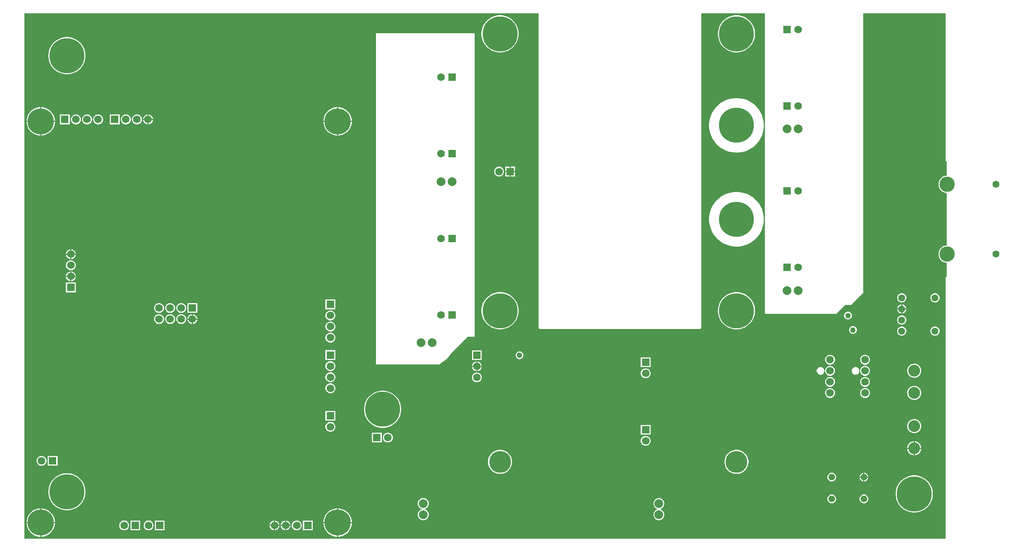
<source format=gbl>
G04*
G04 #@! TF.GenerationSoftware,Altium Limited,Altium Designer,22.8.2 (66)*
G04*
G04 Layer_Physical_Order=2*
G04 Layer_Color=16711680*
%FSLAX44Y44*%
%MOMM*%
G71*
G04*
G04 #@! TF.SameCoordinates,4EFE7699-17C8-4AF9-A536-91C0C68ECE63*
G04*
G04*
G04 #@! TF.FilePolarity,Positive*
G04*
G01*
G75*
%ADD46R,1.7500X1.7500*%
%ADD47C,1.7500*%
%ADD48R,1.7500X1.7500*%
%ADD49C,8.0000*%
%ADD50C,1.5000*%
%ADD51C,2.0000*%
%ADD52C,5.0000*%
%ADD53C,3.5000*%
%ADD54C,1.6000*%
%ADD55C,2.7000*%
%ADD56C,6.0000*%
%ADD57C,1.2700*%
G36*
X2167860Y941070D02*
X2168057Y940079D01*
X2168619Y939239D01*
X2169459Y938678D01*
X2170450Y938480D01*
Y906380D01*
X2169726D01*
X2165854Y905610D01*
X2162207Y904099D01*
X2158925Y901906D01*
X2156134Y899115D01*
X2153941Y895833D01*
X2152430Y892186D01*
X2151660Y888314D01*
Y884366D01*
X2152430Y880495D01*
X2153941Y876848D01*
X2156134Y873565D01*
X2158925Y870774D01*
X2162207Y868581D01*
X2165854Y867070D01*
X2169726Y866300D01*
X2170450D01*
Y746380D01*
X2169726D01*
X2165854Y745610D01*
X2162207Y744099D01*
X2158925Y741906D01*
X2156134Y739115D01*
X2153941Y735833D01*
X2152430Y732186D01*
X2151660Y728314D01*
Y724366D01*
X2152430Y720495D01*
X2153941Y716848D01*
X2156134Y713565D01*
X2158925Y710774D01*
X2162207Y708581D01*
X2165854Y707070D01*
X2169726Y706300D01*
X2170450D01*
Y674420D01*
X2169459Y674222D01*
X2168618Y673661D01*
X2168057Y672821D01*
X2167860Y671830D01*
X2167860Y73420D01*
X670450D01*
X58039Y73419D01*
X58039Y1278890D01*
X1236131Y1278890D01*
X1236131Y557530D01*
X1236328Y556539D01*
X1236889Y555699D01*
X1237729Y555137D01*
X1238720Y554940D01*
X1605500Y554940D01*
X1606491Y555137D01*
X1607331Y555699D01*
X1607892Y556539D01*
X1608089Y557530D01*
X1608089Y1278890D01*
X1753870D01*
Y589280D01*
X1917700Y589280D01*
X1938020Y609600D01*
X1951040D01*
X1979420Y637980D01*
X1979420Y1278890D01*
X2167860D01*
Y941070D01*
D02*
G37*
%LPC*%
G36*
X1691748Y1274020D02*
X1686172D01*
X1680643Y1273292D01*
X1675257Y1271849D01*
X1670105Y1269715D01*
X1665275Y1266927D01*
X1660851Y1263532D01*
X1656908Y1259589D01*
X1653513Y1255165D01*
X1650725Y1250335D01*
X1648591Y1245183D01*
X1647148Y1239797D01*
X1646420Y1234268D01*
Y1228692D01*
X1647148Y1223163D01*
X1648591Y1217777D01*
X1650725Y1212625D01*
X1653513Y1207795D01*
X1656908Y1203371D01*
X1660851Y1199428D01*
X1665275Y1196033D01*
X1670105Y1193245D01*
X1675257Y1191111D01*
X1680643Y1189668D01*
X1686172Y1188940D01*
X1691748D01*
X1697277Y1189668D01*
X1702663Y1191111D01*
X1707815Y1193245D01*
X1712645Y1196033D01*
X1717069Y1199428D01*
X1721012Y1203371D01*
X1724407Y1207795D01*
X1727195Y1212625D01*
X1729329Y1217777D01*
X1730772Y1223163D01*
X1731500Y1228692D01*
Y1234268D01*
X1730772Y1239797D01*
X1729329Y1245183D01*
X1727195Y1250335D01*
X1724407Y1255165D01*
X1721012Y1259589D01*
X1717069Y1263532D01*
X1712645Y1266927D01*
X1707815Y1269715D01*
X1702663Y1271849D01*
X1697277Y1273292D01*
X1691748Y1274020D01*
D02*
G37*
G36*
X1150153D02*
X1144577D01*
X1139048Y1273292D01*
X1133662Y1271849D01*
X1128510Y1269715D01*
X1123680Y1266927D01*
X1119256Y1263532D01*
X1115313Y1259589D01*
X1111918Y1255165D01*
X1109130Y1250335D01*
X1106996Y1245183D01*
X1105553Y1239797D01*
X1104825Y1234268D01*
Y1228692D01*
X1105553Y1223163D01*
X1106996Y1217777D01*
X1109130Y1212625D01*
X1111918Y1207795D01*
X1115313Y1203371D01*
X1119256Y1199428D01*
X1123680Y1196033D01*
X1128510Y1193245D01*
X1133662Y1191111D01*
X1139048Y1189668D01*
X1144577Y1188940D01*
X1150153D01*
X1155682Y1189668D01*
X1161068Y1191111D01*
X1166220Y1193245D01*
X1171050Y1196033D01*
X1175474Y1199428D01*
X1179417Y1203371D01*
X1182812Y1207795D01*
X1185600Y1212625D01*
X1187734Y1217777D01*
X1189177Y1223163D01*
X1189905Y1228692D01*
Y1234268D01*
X1189177Y1239797D01*
X1187734Y1245183D01*
X1185600Y1250335D01*
X1182812Y1255165D01*
X1179417Y1259589D01*
X1175474Y1263532D01*
X1171050Y1266927D01*
X1166220Y1269715D01*
X1161068Y1271849D01*
X1155682Y1273292D01*
X1150153Y1274020D01*
D02*
G37*
G36*
X158238Y1224020D02*
X152662D01*
X147133Y1223292D01*
X141747Y1221849D01*
X136595Y1219715D01*
X131765Y1216927D01*
X127341Y1213532D01*
X123398Y1209589D01*
X120003Y1205165D01*
X117215Y1200335D01*
X115081Y1195183D01*
X113638Y1189797D01*
X112910Y1184268D01*
Y1178692D01*
X113638Y1173163D01*
X115081Y1167777D01*
X117215Y1162625D01*
X120003Y1157795D01*
X123398Y1153371D01*
X127341Y1149428D01*
X131765Y1146033D01*
X136595Y1143245D01*
X141747Y1141111D01*
X147133Y1139668D01*
X152662Y1138940D01*
X158238D01*
X163767Y1139668D01*
X169153Y1141111D01*
X174305Y1143245D01*
X179135Y1146033D01*
X183559Y1149428D01*
X187502Y1153371D01*
X190897Y1157795D01*
X193685Y1162625D01*
X195819Y1167777D01*
X197262Y1173163D01*
X197990Y1178692D01*
Y1184268D01*
X197262Y1189797D01*
X195819Y1195183D01*
X193685Y1200335D01*
X190897Y1205165D01*
X187502Y1209589D01*
X183559Y1213532D01*
X179135Y1216927D01*
X174305Y1219715D01*
X169153Y1221849D01*
X163767Y1223292D01*
X158238Y1224020D01*
D02*
G37*
G36*
X342686Y1046560D02*
X342470D01*
Y1036540D01*
X352490D01*
Y1036756D01*
X351721Y1039628D01*
X350234Y1042202D01*
X348132Y1044304D01*
X345558Y1045790D01*
X342686Y1046560D01*
D02*
G37*
G36*
X339930D02*
X339714D01*
X336842Y1045790D01*
X334268Y1044304D01*
X332166Y1042202D01*
X330679Y1039628D01*
X329910Y1036756D01*
Y1036540D01*
X339930D01*
Y1046560D01*
D02*
G37*
G36*
X778011Y1063370D02*
X776720D01*
Y1032100D01*
X807990D01*
Y1033391D01*
X807189Y1038449D01*
X805606Y1043321D01*
X803281Y1047884D01*
X800270Y1052028D01*
X796648Y1055650D01*
X792505Y1058660D01*
X787941Y1060986D01*
X783070Y1062569D01*
X778011Y1063370D01*
D02*
G37*
G36*
X774180D02*
X772889D01*
X767830Y1062569D01*
X762959Y1060986D01*
X758395Y1058660D01*
X754251Y1055650D01*
X750630Y1052028D01*
X747619Y1047884D01*
X745294Y1043321D01*
X743711Y1038449D01*
X742910Y1033391D01*
Y1032100D01*
X774180D01*
Y1063370D01*
D02*
G37*
G36*
X98011D02*
X96720D01*
Y1032100D01*
X127990D01*
Y1033391D01*
X127189Y1038449D01*
X125606Y1043321D01*
X123281Y1047884D01*
X120270Y1052028D01*
X116648Y1055650D01*
X112505Y1058660D01*
X107941Y1060986D01*
X103070Y1062569D01*
X98011Y1063370D01*
D02*
G37*
G36*
X94180D02*
X92889D01*
X87830Y1062569D01*
X82959Y1060986D01*
X78395Y1058660D01*
X74251Y1055650D01*
X70630Y1052028D01*
X67619Y1047884D01*
X65294Y1043321D01*
X63711Y1038449D01*
X62910Y1033391D01*
Y1032100D01*
X94180D01*
Y1063370D01*
D02*
G37*
G36*
X352490Y1034000D02*
X342470D01*
Y1023980D01*
X342686D01*
X345558Y1024749D01*
X348132Y1026236D01*
X350234Y1028337D01*
X351721Y1030912D01*
X352490Y1033783D01*
Y1034000D01*
D02*
G37*
G36*
X339930D02*
X329910D01*
Y1033783D01*
X330679Y1030912D01*
X332166Y1028337D01*
X334268Y1026236D01*
X336842Y1024749D01*
X339714Y1023980D01*
X339930D01*
Y1034000D01*
D02*
G37*
G36*
X317286Y1046560D02*
X314314D01*
X311442Y1045790D01*
X308868Y1044304D01*
X306766Y1042202D01*
X305279Y1039628D01*
X304510Y1036756D01*
Y1033783D01*
X305279Y1030912D01*
X306766Y1028337D01*
X308868Y1026236D01*
X311442Y1024749D01*
X314314Y1023980D01*
X317286D01*
X320158Y1024749D01*
X322732Y1026236D01*
X324834Y1028337D01*
X326320Y1030912D01*
X327090Y1033783D01*
Y1036756D01*
X326320Y1039628D01*
X324834Y1042202D01*
X322732Y1044304D01*
X320158Y1045790D01*
X317286Y1046560D01*
D02*
G37*
G36*
X291886D02*
X288913D01*
X286042Y1045790D01*
X283468Y1044304D01*
X281366Y1042202D01*
X279879Y1039628D01*
X279110Y1036756D01*
Y1033783D01*
X279879Y1030912D01*
X281366Y1028337D01*
X283468Y1026236D01*
X286042Y1024749D01*
X288913Y1023980D01*
X291886D01*
X294758Y1024749D01*
X297332Y1026236D01*
X299434Y1028337D01*
X300921Y1030912D01*
X301690Y1033783D01*
Y1036756D01*
X300921Y1039628D01*
X299434Y1042202D01*
X297332Y1044304D01*
X294758Y1045790D01*
X291886Y1046560D01*
D02*
G37*
G36*
X276290D02*
X253710D01*
Y1023980D01*
X276290D01*
Y1046560D01*
D02*
G37*
G36*
X228386D02*
X225413D01*
X222542Y1045790D01*
X219968Y1044304D01*
X217866Y1042202D01*
X216379Y1039628D01*
X215610Y1036756D01*
Y1033783D01*
X216379Y1030912D01*
X217866Y1028337D01*
X219968Y1026236D01*
X222542Y1024749D01*
X225413Y1023980D01*
X228386D01*
X231258Y1024749D01*
X233832Y1026236D01*
X235934Y1028337D01*
X237421Y1030912D01*
X238190Y1033783D01*
Y1036756D01*
X237421Y1039628D01*
X235934Y1042202D01*
X233832Y1044304D01*
X231258Y1045790D01*
X228386Y1046560D01*
D02*
G37*
G36*
X202986D02*
X200014D01*
X197142Y1045790D01*
X194568Y1044304D01*
X192466Y1042202D01*
X190979Y1039628D01*
X190210Y1036756D01*
Y1033783D01*
X190979Y1030912D01*
X192466Y1028337D01*
X194568Y1026236D01*
X197142Y1024749D01*
X200014Y1023980D01*
X202986D01*
X205858Y1024749D01*
X208432Y1026236D01*
X210534Y1028337D01*
X212020Y1030912D01*
X212790Y1033783D01*
Y1036756D01*
X212020Y1039628D01*
X210534Y1042202D01*
X208432Y1044304D01*
X205858Y1045790D01*
X202986Y1046560D01*
D02*
G37*
G36*
X177586D02*
X174613D01*
X171742Y1045790D01*
X169168Y1044304D01*
X167066Y1042202D01*
X165579Y1039628D01*
X164810Y1036756D01*
Y1033783D01*
X165579Y1030912D01*
X167066Y1028337D01*
X169168Y1026236D01*
X171742Y1024749D01*
X174613Y1023980D01*
X177586D01*
X180458Y1024749D01*
X183032Y1026236D01*
X185134Y1028337D01*
X186621Y1030912D01*
X187390Y1033783D01*
Y1036756D01*
X186621Y1039628D01*
X185134Y1042202D01*
X183032Y1044304D01*
X180458Y1045790D01*
X177586Y1046560D01*
D02*
G37*
G36*
X161990D02*
X139410D01*
Y1023980D01*
X161990D01*
Y1046560D01*
D02*
G37*
G36*
X807990Y1029560D02*
X776720D01*
Y998290D01*
X778011D01*
X783070Y999091D01*
X787941Y1000674D01*
X792505Y1002999D01*
X796648Y1006010D01*
X800270Y1009631D01*
X803281Y1013775D01*
X805606Y1018339D01*
X807189Y1023210D01*
X807990Y1028269D01*
Y1029560D01*
D02*
G37*
G36*
X774180D02*
X742910D01*
Y1028269D01*
X743711Y1023210D01*
X745294Y1018339D01*
X747619Y1013775D01*
X750630Y1009631D01*
X754251Y1006010D01*
X758395Y1002999D01*
X762959Y1000674D01*
X767830Y999091D01*
X772889Y998290D01*
X774180D01*
Y1029560D01*
D02*
G37*
G36*
X127990D02*
X96720D01*
Y998290D01*
X98011D01*
X103070Y999091D01*
X107941Y1000674D01*
X112505Y1002999D01*
X116648Y1006010D01*
X120270Y1009631D01*
X123281Y1013775D01*
X125606Y1018339D01*
X127189Y1023210D01*
X127990Y1028269D01*
Y1029560D01*
D02*
G37*
G36*
X94180D02*
X62910D01*
Y1028269D01*
X63711Y1023210D01*
X65294Y1018339D01*
X67619Y1013775D01*
X70630Y1009631D01*
X74251Y1006010D01*
X78395Y1002999D01*
X82959Y1000674D01*
X87830Y999091D01*
X92889Y998290D01*
X94180D01*
Y1029560D01*
D02*
G37*
G36*
X1692472Y1084170D02*
X1685448D01*
X1678468Y1083383D01*
X1671619Y1081821D01*
X1664989Y1079501D01*
X1658661Y1076453D01*
X1652713Y1072716D01*
X1647221Y1068336D01*
X1642254Y1063369D01*
X1637874Y1057877D01*
X1634137Y1051929D01*
X1631089Y1045601D01*
X1628770Y1038971D01*
X1627207Y1032122D01*
X1626420Y1025142D01*
Y1018118D01*
X1627207Y1011138D01*
X1628770Y1004289D01*
X1631089Y997659D01*
X1634137Y991331D01*
X1637874Y985383D01*
X1642254Y979891D01*
X1647221Y974924D01*
X1652713Y970545D01*
X1658661Y966807D01*
X1664989Y963760D01*
X1671619Y961440D01*
X1678468Y959876D01*
X1685448Y959090D01*
X1692472D01*
X1699452Y959876D01*
X1706301Y961440D01*
X1712931Y963760D01*
X1719259Y966807D01*
X1725207Y970545D01*
X1730699Y974924D01*
X1735666Y979891D01*
X1740045Y985383D01*
X1743783Y991331D01*
X1746830Y997659D01*
X1749151Y1004289D01*
X1750714Y1011138D01*
X1751500Y1018118D01*
Y1025142D01*
X1750714Y1032122D01*
X1749151Y1038971D01*
X1746830Y1045601D01*
X1743783Y1051929D01*
X1740045Y1057877D01*
X1735666Y1063369D01*
X1730699Y1068336D01*
X1725207Y1072716D01*
X1719259Y1076453D01*
X1712931Y1079501D01*
X1706301Y1081821D01*
X1699452Y1083383D01*
X1692472Y1084170D01*
D02*
G37*
G36*
X1181932Y926840D02*
X1171912D01*
Y916820D01*
X1181932D01*
Y926840D01*
D02*
G37*
G36*
X1169372D02*
X1159352D01*
Y916820D01*
X1169372D01*
Y926840D01*
D02*
G37*
G36*
X1181932Y914280D02*
X1171912D01*
Y904260D01*
X1181932D01*
Y914280D01*
D02*
G37*
G36*
X1169372D02*
X1159352D01*
Y904260D01*
X1169372D01*
Y914280D01*
D02*
G37*
G36*
X1146728Y926840D02*
X1143755D01*
X1140884Y926071D01*
X1138309Y924584D01*
X1136207Y922482D01*
X1134721Y919908D01*
X1133952Y917036D01*
Y914064D01*
X1134721Y911192D01*
X1136207Y908618D01*
X1138309Y906516D01*
X1140884Y905029D01*
X1143755Y904260D01*
X1146728D01*
X1149600Y905029D01*
X1152174Y906516D01*
X1154276Y908618D01*
X1155762Y911192D01*
X1156532Y914064D01*
Y917036D01*
X1155762Y919908D01*
X1154276Y922482D01*
X1152174Y924584D01*
X1149600Y926071D01*
X1146728Y926840D01*
D02*
G37*
G36*
X1692472Y868870D02*
X1685448D01*
X1678468Y868083D01*
X1671619Y866520D01*
X1664989Y864201D01*
X1658660Y861153D01*
X1652713Y857416D01*
X1647221Y853036D01*
X1642254Y848069D01*
X1637874Y842577D01*
X1634137Y836629D01*
X1631089Y830301D01*
X1628770Y823671D01*
X1627206Y816822D01*
X1626420Y809842D01*
Y802818D01*
X1627206Y795838D01*
X1628770Y788989D01*
X1631089Y782359D01*
X1634137Y776031D01*
X1637874Y770083D01*
X1642254Y764591D01*
X1647221Y759624D01*
X1652713Y755245D01*
X1658660Y751507D01*
X1664989Y748459D01*
X1671619Y746140D01*
X1678468Y744576D01*
X1685448Y743790D01*
X1692472D01*
X1699452Y744576D01*
X1706301Y746140D01*
X1712931Y748459D01*
X1719259Y751507D01*
X1725207Y755245D01*
X1730699Y759624D01*
X1735666Y764591D01*
X1740045Y770083D01*
X1743783Y776031D01*
X1746830Y782359D01*
X1749150Y788989D01*
X1750714Y795838D01*
X1751500Y802818D01*
Y809842D01*
X1750714Y816822D01*
X1749150Y823671D01*
X1746830Y830301D01*
X1743783Y836629D01*
X1740045Y842577D01*
X1735666Y848069D01*
X1730699Y853036D01*
X1725207Y857416D01*
X1719259Y861153D01*
X1712931Y864201D01*
X1706301Y866520D01*
X1699452Y868083D01*
X1692472Y868870D01*
D02*
G37*
G36*
X166066Y737480D02*
X165850D01*
Y727460D01*
X175870D01*
Y727676D01*
X175100Y730547D01*
X173614Y733122D01*
X171512Y735224D01*
X168938Y736710D01*
X166066Y737480D01*
D02*
G37*
G36*
X163310D02*
X163094D01*
X160222Y736710D01*
X157648Y735224D01*
X155546Y733122D01*
X154059Y730547D01*
X153290Y727676D01*
Y727460D01*
X163310D01*
Y737480D01*
D02*
G37*
G36*
X175870Y724920D02*
X165850D01*
Y714900D01*
X166066D01*
X168938Y715669D01*
X171512Y717156D01*
X173614Y719258D01*
X175100Y721832D01*
X175870Y724703D01*
Y724920D01*
D02*
G37*
G36*
X163310D02*
X153290D01*
Y724703D01*
X154059Y721832D01*
X155546Y719258D01*
X157648Y717156D01*
X160222Y715669D01*
X163094Y714900D01*
X163310D01*
Y724920D01*
D02*
G37*
G36*
X166066Y712080D02*
X163094D01*
X160222Y711310D01*
X157648Y709824D01*
X155546Y707722D01*
X154059Y705147D01*
X153290Y702276D01*
Y699303D01*
X154059Y696432D01*
X155546Y693857D01*
X157648Y691756D01*
X160222Y690269D01*
X163094Y689500D01*
X166066D01*
X168938Y690269D01*
X171512Y691756D01*
X173614Y693857D01*
X175100Y696432D01*
X175870Y699303D01*
Y702276D01*
X175100Y705147D01*
X173614Y707722D01*
X171512Y709824D01*
X168938Y711310D01*
X166066Y712080D01*
D02*
G37*
G36*
Y686680D02*
X165850D01*
Y676660D01*
X175870D01*
Y676876D01*
X175100Y679747D01*
X173614Y682322D01*
X171512Y684424D01*
X168938Y685910D01*
X166066Y686680D01*
D02*
G37*
G36*
X163310D02*
X163094D01*
X160222Y685910D01*
X157648Y684424D01*
X155546Y682322D01*
X154059Y679747D01*
X153290Y676876D01*
Y676660D01*
X163310D01*
Y686680D01*
D02*
G37*
G36*
X175870Y674120D02*
X165850D01*
Y664100D01*
X166066D01*
X168938Y664869D01*
X171512Y666356D01*
X173614Y668457D01*
X175100Y671032D01*
X175870Y673903D01*
Y674120D01*
D02*
G37*
G36*
X163310D02*
X153290D01*
Y673903D01*
X154059Y671032D01*
X155546Y668457D01*
X157648Y666356D01*
X160222Y664869D01*
X163094Y664100D01*
X163310D01*
Y674120D01*
D02*
G37*
G36*
X175870Y661280D02*
X153290D01*
Y638700D01*
X175870D01*
Y661280D01*
D02*
G37*
G36*
X2145148Y636650D02*
X2142372D01*
X2139692Y635932D01*
X2137288Y634544D01*
X2135326Y632582D01*
X2133938Y630178D01*
X2133220Y627498D01*
Y624722D01*
X2133938Y622042D01*
X2135326Y619638D01*
X2137288Y617676D01*
X2139692Y616288D01*
X2142372Y615570D01*
X2145148D01*
X2147828Y616288D01*
X2150232Y617676D01*
X2152194Y619638D01*
X2153582Y622042D01*
X2154300Y624722D01*
Y627498D01*
X2153582Y630178D01*
X2152194Y632582D01*
X2150232Y634544D01*
X2147828Y635932D01*
X2145148Y636650D01*
D02*
G37*
G36*
X2068948D02*
X2066172D01*
X2063492Y635932D01*
X2061088Y634544D01*
X2059126Y632582D01*
X2057738Y630178D01*
X2057020Y627498D01*
Y624722D01*
X2057738Y622042D01*
X2059126Y619638D01*
X2061088Y617676D01*
X2063492Y616288D01*
X2066172Y615570D01*
X2068948D01*
X2071628Y616288D01*
X2074032Y617676D01*
X2075994Y619638D01*
X2077382Y622042D01*
X2078100Y624722D01*
Y627498D01*
X2077382Y630178D01*
X2075994Y632582D01*
X2074032Y634544D01*
X2071628Y635932D01*
X2068948Y636650D01*
D02*
G37*
G36*
Y611250D02*
X2068830D01*
Y601980D01*
X2078100D01*
Y602098D01*
X2077382Y604778D01*
X2075994Y607182D01*
X2074032Y609144D01*
X2071628Y610532D01*
X2068948Y611250D01*
D02*
G37*
G36*
X2066290D02*
X2066172D01*
X2063492Y610532D01*
X2061088Y609144D01*
X2059126Y607182D01*
X2057738Y604778D01*
X2057020Y602098D01*
Y601980D01*
X2066290D01*
Y611250D01*
D02*
G37*
G36*
X770230Y622380D02*
X747650D01*
Y599800D01*
X770230D01*
Y622380D01*
D02*
G37*
G36*
X454000Y614130D02*
X431420D01*
Y591550D01*
X454000D01*
Y614130D01*
D02*
G37*
G36*
X418796D02*
X415824D01*
X412952Y613360D01*
X410378Y611874D01*
X408276Y609772D01*
X406789Y607197D01*
X406020Y604326D01*
Y601353D01*
X406789Y598482D01*
X408276Y595908D01*
X410378Y593806D01*
X412952Y592319D01*
X415824Y591550D01*
X418796D01*
X421668Y592319D01*
X424242Y593806D01*
X426344Y595908D01*
X427831Y598482D01*
X428600Y601353D01*
Y604326D01*
X427831Y607197D01*
X426344Y609772D01*
X424242Y611874D01*
X421668Y613360D01*
X418796Y614130D01*
D02*
G37*
G36*
X393396D02*
X390424D01*
X387552Y613360D01*
X384978Y611874D01*
X382876Y609772D01*
X381389Y607197D01*
X380620Y604326D01*
Y601353D01*
X381389Y598482D01*
X382876Y595908D01*
X384978Y593806D01*
X387552Y592319D01*
X390424Y591550D01*
X393396D01*
X396268Y592319D01*
X398842Y593806D01*
X400944Y595908D01*
X402430Y598482D01*
X403200Y601353D01*
Y604326D01*
X402430Y607197D01*
X400944Y609772D01*
X398842Y611874D01*
X396268Y613360D01*
X393396Y614130D01*
D02*
G37*
G36*
X367996D02*
X365024D01*
X362152Y613360D01*
X359578Y611874D01*
X357476Y609772D01*
X355989Y607197D01*
X355220Y604326D01*
Y601353D01*
X355989Y598482D01*
X357476Y595908D01*
X359578Y593806D01*
X362152Y592319D01*
X365024Y591550D01*
X367996D01*
X370868Y592319D01*
X373442Y593806D01*
X375544Y595908D01*
X377030Y598482D01*
X377800Y601353D01*
Y604326D01*
X377030Y607197D01*
X375544Y609772D01*
X373442Y611874D01*
X370868Y613360D01*
X367996Y614130D01*
D02*
G37*
G36*
X2078100Y599440D02*
X2068830D01*
Y590170D01*
X2068948D01*
X2071628Y590888D01*
X2074032Y592276D01*
X2075994Y594238D01*
X2077382Y596642D01*
X2078100Y599322D01*
Y599440D01*
D02*
G37*
G36*
X2066290D02*
X2057020D01*
Y599322D01*
X2057738Y596642D01*
X2059126Y594238D01*
X2061088Y592276D01*
X2063492Y590888D01*
X2066172Y590170D01*
X2066290D01*
Y599440D01*
D02*
G37*
G36*
X444196Y588730D02*
X443980D01*
Y578710D01*
X454000D01*
Y578926D01*
X453231Y581797D01*
X451744Y584372D01*
X449642Y586474D01*
X447068Y587960D01*
X444196Y588730D01*
D02*
G37*
G36*
X441440D02*
X441224D01*
X438352Y587960D01*
X435778Y586474D01*
X433676Y584372D01*
X432189Y581797D01*
X431420Y578926D01*
Y578710D01*
X441440D01*
Y588730D01*
D02*
G37*
G36*
X1945540Y594360D02*
X1943200D01*
X1940939Y593754D01*
X1938911Y592584D01*
X1937256Y590929D01*
X1936086Y588901D01*
X1935480Y586640D01*
Y584300D01*
X1936086Y582039D01*
X1937256Y580011D01*
X1938911Y578356D01*
X1940939Y577186D01*
X1943200Y576580D01*
X1945540D01*
X1947801Y577186D01*
X1949829Y578356D01*
X1951484Y580011D01*
X1952654Y582039D01*
X1953260Y584300D01*
Y586640D01*
X1952654Y588901D01*
X1951484Y590929D01*
X1949829Y592584D01*
X1947801Y593754D01*
X1945540Y594360D01*
D02*
G37*
G36*
X760426Y596980D02*
X757454D01*
X754582Y596210D01*
X752008Y594724D01*
X749906Y592622D01*
X748419Y590047D01*
X747650Y587176D01*
Y584203D01*
X748419Y581332D01*
X749906Y578758D01*
X752008Y576656D01*
X754582Y575169D01*
X757454Y574400D01*
X760426D01*
X763298Y575169D01*
X765872Y576656D01*
X767974Y578758D01*
X769461Y581332D01*
X770230Y584203D01*
Y587176D01*
X769461Y590047D01*
X767974Y592622D01*
X765872Y594724D01*
X763298Y596210D01*
X760426Y596980D01*
D02*
G37*
G36*
X454000Y576170D02*
X443980D01*
Y566150D01*
X444196D01*
X447068Y566919D01*
X449642Y568405D01*
X451744Y570508D01*
X453231Y573082D01*
X454000Y575953D01*
Y576170D01*
D02*
G37*
G36*
X441440D02*
X431420D01*
Y575953D01*
X432189Y573082D01*
X433676Y570508D01*
X435778Y568405D01*
X438352Y566919D01*
X441224Y566150D01*
X441440D01*
Y576170D01*
D02*
G37*
G36*
X418796Y588730D02*
X415824D01*
X412952Y587960D01*
X410378Y586474D01*
X408276Y584372D01*
X406789Y581797D01*
X406020Y578926D01*
Y575953D01*
X406789Y573082D01*
X408276Y570508D01*
X410378Y568405D01*
X412952Y566919D01*
X415824Y566150D01*
X418796D01*
X421668Y566919D01*
X424242Y568405D01*
X426344Y570508D01*
X427831Y573082D01*
X428600Y575953D01*
Y578926D01*
X427831Y581797D01*
X426344Y584372D01*
X424242Y586474D01*
X421668Y587960D01*
X418796Y588730D01*
D02*
G37*
G36*
X393396D02*
X390424D01*
X387552Y587960D01*
X384978Y586474D01*
X382876Y584372D01*
X381389Y581797D01*
X380620Y578926D01*
Y575953D01*
X381389Y573082D01*
X382876Y570508D01*
X384978Y568405D01*
X387552Y566919D01*
X390424Y566150D01*
X393396D01*
X396268Y566919D01*
X398842Y568405D01*
X400944Y570508D01*
X402430Y573082D01*
X403200Y575953D01*
Y578926D01*
X402430Y581797D01*
X400944Y584372D01*
X398842Y586474D01*
X396268Y587960D01*
X393396Y588730D01*
D02*
G37*
G36*
X367996D02*
X365024D01*
X362152Y587960D01*
X359578Y586474D01*
X357476Y584372D01*
X355989Y581797D01*
X355220Y578926D01*
Y575953D01*
X355989Y573082D01*
X357476Y570508D01*
X359578Y568405D01*
X362152Y566919D01*
X365024Y566150D01*
X367996D01*
X370868Y566919D01*
X373442Y568405D01*
X375544Y570508D01*
X377030Y573082D01*
X377800Y575953D01*
Y578926D01*
X377030Y581797D01*
X375544Y584372D01*
X373442Y586474D01*
X370868Y587960D01*
X367996Y588730D01*
D02*
G37*
G36*
X2068948Y585850D02*
X2066172D01*
X2063492Y585132D01*
X2061088Y583744D01*
X2059126Y581782D01*
X2057738Y579378D01*
X2057020Y576698D01*
Y573922D01*
X2057738Y571242D01*
X2059126Y568838D01*
X2061088Y566876D01*
X2063492Y565488D01*
X2066172Y564770D01*
X2068948D01*
X2071628Y565488D01*
X2074032Y566876D01*
X2075994Y568838D01*
X2077382Y571242D01*
X2078100Y573922D01*
Y576698D01*
X2077382Y579378D01*
X2075994Y581782D01*
X2074032Y583744D01*
X2071628Y585132D01*
X2068948Y585850D01*
D02*
G37*
G36*
X1691748Y639020D02*
X1686172D01*
X1680643Y638292D01*
X1675257Y636849D01*
X1670105Y634715D01*
X1665275Y631927D01*
X1660851Y628532D01*
X1656908Y624589D01*
X1653513Y620165D01*
X1650725Y615335D01*
X1648591Y610183D01*
X1647148Y604797D01*
X1646420Y599268D01*
Y593692D01*
X1647148Y588163D01*
X1648591Y582777D01*
X1650725Y577625D01*
X1653513Y572795D01*
X1656908Y568371D01*
X1660851Y564428D01*
X1665275Y561033D01*
X1670105Y558245D01*
X1675257Y556111D01*
X1680643Y554668D01*
X1686172Y553940D01*
X1691748D01*
X1697277Y554668D01*
X1702663Y556111D01*
X1707815Y558245D01*
X1712645Y561033D01*
X1717069Y564428D01*
X1721012Y568371D01*
X1724407Y572795D01*
X1727195Y577625D01*
X1729329Y582777D01*
X1730772Y588163D01*
X1731500Y593692D01*
Y599268D01*
X1730772Y604797D01*
X1729329Y610183D01*
X1727195Y615335D01*
X1724407Y620165D01*
X1721012Y624589D01*
X1717069Y628532D01*
X1712645Y631927D01*
X1707815Y634715D01*
X1702663Y636849D01*
X1697277Y638292D01*
X1691748Y639020D01*
D02*
G37*
G36*
X1150153D02*
X1144577D01*
X1139048Y638292D01*
X1133662Y636849D01*
X1128510Y634715D01*
X1123680Y631927D01*
X1119256Y628532D01*
X1115313Y624589D01*
X1111918Y620165D01*
X1109130Y615335D01*
X1106996Y610183D01*
X1105553Y604797D01*
X1104825Y599268D01*
Y593692D01*
X1105553Y588163D01*
X1106996Y582777D01*
X1109130Y577625D01*
X1111918Y572795D01*
X1115313Y568371D01*
X1119256Y564428D01*
X1123680Y561033D01*
X1128510Y558245D01*
X1133662Y556111D01*
X1139048Y554668D01*
X1144577Y553940D01*
X1150153D01*
X1155682Y554668D01*
X1161068Y556111D01*
X1166220Y558245D01*
X1171050Y561033D01*
X1175474Y564428D01*
X1179417Y568371D01*
X1182812Y572795D01*
X1185600Y577625D01*
X1187734Y582777D01*
X1189177Y588163D01*
X1189905Y593692D01*
Y599268D01*
X1189177Y604797D01*
X1187734Y610183D01*
X1185600Y615335D01*
X1182812Y620165D01*
X1179417Y624589D01*
X1175474Y628532D01*
X1171050Y631927D01*
X1166220Y634715D01*
X1161068Y636849D01*
X1155682Y638292D01*
X1150153Y639020D01*
D02*
G37*
G36*
X760426Y571580D02*
X757454D01*
X754582Y570810D01*
X752008Y569324D01*
X749906Y567222D01*
X748419Y564647D01*
X747650Y561776D01*
Y558803D01*
X748419Y555932D01*
X749906Y553358D01*
X752008Y551255D01*
X754582Y549769D01*
X757454Y549000D01*
X760426D01*
X763298Y549769D01*
X765872Y551255D01*
X767974Y553358D01*
X769461Y555932D01*
X770230Y558803D01*
Y561776D01*
X769461Y564647D01*
X767974Y567222D01*
X765872Y569324D01*
X763298Y570810D01*
X760426Y571580D01*
D02*
G37*
G36*
X1956970Y561340D02*
X1954630D01*
X1952369Y560734D01*
X1950341Y559564D01*
X1948686Y557909D01*
X1947516Y555881D01*
X1946910Y553620D01*
Y551280D01*
X1947516Y549019D01*
X1948686Y546991D01*
X1950341Y545336D01*
X1952369Y544166D01*
X1954630Y543560D01*
X1956970D01*
X1959231Y544166D01*
X1961259Y545336D01*
X1962914Y546991D01*
X1964084Y549019D01*
X1964690Y551280D01*
Y553620D01*
X1964084Y555881D01*
X1962914Y557909D01*
X1961259Y559564D01*
X1959231Y560734D01*
X1956970Y561340D01*
D02*
G37*
G36*
X2145148Y560450D02*
X2142372D01*
X2139692Y559732D01*
X2137288Y558344D01*
X2135326Y556382D01*
X2133938Y553978D01*
X2133220Y551298D01*
Y548522D01*
X2133938Y545842D01*
X2135326Y543438D01*
X2137288Y541476D01*
X2139692Y540088D01*
X2142372Y539370D01*
X2145148D01*
X2147828Y540088D01*
X2150232Y541476D01*
X2152194Y543438D01*
X2153582Y545842D01*
X2154300Y548522D01*
Y551298D01*
X2153582Y553978D01*
X2152194Y556382D01*
X2150232Y558344D01*
X2147828Y559732D01*
X2145148Y560450D01*
D02*
G37*
G36*
X2068948D02*
X2066172D01*
X2063492Y559732D01*
X2061088Y558344D01*
X2059126Y556382D01*
X2057738Y553978D01*
X2057020Y551298D01*
Y548522D01*
X2057738Y545842D01*
X2059126Y543438D01*
X2061088Y541476D01*
X2063492Y540088D01*
X2066172Y539370D01*
X2068948D01*
X2071628Y540088D01*
X2074032Y541476D01*
X2075994Y543438D01*
X2077382Y545842D01*
X2078100Y548522D01*
Y551298D01*
X2077382Y553978D01*
X2075994Y556382D01*
X2074032Y558344D01*
X2071628Y559732D01*
X2068948Y560450D01*
D02*
G37*
G36*
X760426Y546180D02*
X757454D01*
X754582Y545410D01*
X752008Y543924D01*
X749906Y541822D01*
X748419Y539248D01*
X747650Y536376D01*
Y533403D01*
X748419Y530532D01*
X749906Y527957D01*
X752008Y525855D01*
X754582Y524369D01*
X757454Y523600D01*
X760426D01*
X763298Y524369D01*
X765872Y525855D01*
X767974Y527957D01*
X769461Y530532D01*
X770230Y533403D01*
Y536376D01*
X769461Y539248D01*
X767974Y541822D01*
X765872Y543924D01*
X763298Y545410D01*
X760426Y546180D01*
D02*
G37*
G36*
X1193190Y503430D02*
X1190850D01*
X1188589Y502824D01*
X1186561Y501654D01*
X1184906Y499999D01*
X1183736Y497971D01*
X1183130Y495710D01*
Y493370D01*
X1183736Y491109D01*
X1184906Y489081D01*
X1186561Y487426D01*
X1188589Y486256D01*
X1190850Y485650D01*
X1193190D01*
X1195451Y486256D01*
X1197479Y487426D01*
X1199134Y489081D01*
X1200304Y491109D01*
X1200910Y493370D01*
Y495710D01*
X1200304Y497971D01*
X1199134Y499999D01*
X1197479Y501654D01*
X1195451Y502824D01*
X1193190Y503430D01*
D02*
G37*
G36*
X770230Y506180D02*
X747650D01*
Y483600D01*
X770230D01*
Y506180D01*
D02*
G37*
G36*
X1105732Y505830D02*
X1083152D01*
Y483250D01*
X1105732D01*
Y505830D01*
D02*
G37*
G36*
X1089660Y1233160D02*
X862883D01*
Y473240D01*
X1009180D01*
X1014525Y478585D01*
X1019708Y481577D01*
X1024908Y485567D01*
X1029543Y490202D01*
X1033533Y495402D01*
X1036525Y500585D01*
X1073150Y537210D01*
X1089660D01*
Y1233160D01*
D02*
G37*
G36*
X1984826Y495505D02*
X1981853D01*
X1978982Y494736D01*
X1976408Y493249D01*
X1974306Y491147D01*
X1972819Y488573D01*
X1972050Y485701D01*
Y482729D01*
X1972819Y479857D01*
X1974306Y477283D01*
X1976408Y475181D01*
X1978982Y473694D01*
X1981853Y472925D01*
X1984826D01*
X1987698Y473694D01*
X1990272Y475181D01*
X1992374Y477283D01*
X1993860Y479857D01*
X1994630Y482729D01*
Y485701D01*
X1993860Y488573D01*
X1992374Y491147D01*
X1990272Y493249D01*
X1987698Y494736D01*
X1984826Y495505D01*
D02*
G37*
G36*
X1904726D02*
X1901754D01*
X1898882Y494736D01*
X1896308Y493249D01*
X1894206Y491147D01*
X1892719Y488573D01*
X1891950Y485701D01*
Y482729D01*
X1892719Y479857D01*
X1894206Y477283D01*
X1896308Y475181D01*
X1898882Y473694D01*
X1901754Y472925D01*
X1904726D01*
X1907598Y473694D01*
X1910172Y475181D01*
X1912274Y477283D01*
X1913761Y479857D01*
X1914530Y482729D01*
Y485701D01*
X1913761Y488573D01*
X1912274Y491147D01*
X1910172Y493249D01*
X1907598Y494736D01*
X1904726Y495505D01*
D02*
G37*
G36*
X1095928Y480430D02*
X1095712D01*
Y470410D01*
X1105732D01*
Y470626D01*
X1104962Y473498D01*
X1103476Y476072D01*
X1101374Y478174D01*
X1098800Y479661D01*
X1095928Y480430D01*
D02*
G37*
G36*
X1093172D02*
X1092955D01*
X1090084Y479661D01*
X1087510Y478174D01*
X1085407Y476072D01*
X1083921Y473498D01*
X1083152Y470626D01*
Y470410D01*
X1093172D01*
Y480430D01*
D02*
G37*
G36*
X1492214Y489790D02*
X1469634D01*
Y467210D01*
X1492214D01*
Y489790D01*
D02*
G37*
G36*
X760426Y480780D02*
X757454D01*
X754582Y480010D01*
X752008Y478524D01*
X749906Y476422D01*
X748419Y473848D01*
X747650Y470976D01*
Y468003D01*
X748419Y465132D01*
X749906Y462557D01*
X752008Y460456D01*
X754582Y458969D01*
X757454Y458200D01*
X760426D01*
X763298Y458969D01*
X765872Y460456D01*
X767974Y462557D01*
X769461Y465132D01*
X770230Y468003D01*
Y470976D01*
X769461Y473848D01*
X767974Y476422D01*
X765872Y478524D01*
X763298Y480010D01*
X760426Y480780D01*
D02*
G37*
G36*
X1105732Y467870D02*
X1095712D01*
Y457850D01*
X1095928D01*
X1098800Y458619D01*
X1101374Y460106D01*
X1103476Y462208D01*
X1104962Y464782D01*
X1105732Y467654D01*
Y467870D01*
D02*
G37*
G36*
X1093172D02*
X1083152D01*
Y467654D01*
X1083921Y464782D01*
X1085407Y462208D01*
X1087510Y460106D01*
X1090084Y458619D01*
X1092955Y457850D01*
X1093172D01*
Y467870D01*
D02*
G37*
G36*
X1962897Y467605D02*
X1960583D01*
X1958347Y467006D01*
X1956343Y465849D01*
X1954706Y464212D01*
X1953549Y462208D01*
X1952950Y459972D01*
Y457658D01*
X1953549Y455422D01*
X1954706Y453418D01*
X1956343Y451781D01*
X1958347Y450624D01*
X1960583Y450025D01*
X1962897D01*
X1965133Y450624D01*
X1967137Y451781D01*
X1968774Y453418D01*
X1969931Y455422D01*
X1970530Y457658D01*
Y459972D01*
X1969931Y462208D01*
X1968774Y464212D01*
X1967137Y465849D01*
X1965133Y467006D01*
X1962897Y467605D01*
D02*
G37*
G36*
X1882797D02*
X1880483D01*
X1878247Y467006D01*
X1876243Y465849D01*
X1874606Y464212D01*
X1873449Y462208D01*
X1872850Y459972D01*
Y457658D01*
X1873449Y455422D01*
X1874606Y453418D01*
X1876243Y451781D01*
X1878247Y450624D01*
X1880483Y450025D01*
X1882797D01*
X1885033Y450624D01*
X1887037Y451781D01*
X1888674Y453418D01*
X1889831Y455422D01*
X1890430Y457658D01*
Y459972D01*
X1889831Y462208D01*
X1888674Y464212D01*
X1887037Y465849D01*
X1885033Y467006D01*
X1882797Y467605D01*
D02*
G37*
G36*
X1984826Y470105D02*
X1981853D01*
X1978982Y469336D01*
X1976408Y467849D01*
X1974306Y465747D01*
X1972819Y463173D01*
X1972050Y460301D01*
Y457329D01*
X1972819Y454457D01*
X1974306Y451883D01*
X1976408Y449781D01*
X1978982Y448294D01*
X1981853Y447525D01*
X1984826D01*
X1987698Y448294D01*
X1990272Y449781D01*
X1992374Y451883D01*
X1993860Y454457D01*
X1994630Y457329D01*
Y460301D01*
X1993860Y463173D01*
X1992374Y465747D01*
X1990272Y467849D01*
X1987698Y469336D01*
X1984826Y470105D01*
D02*
G37*
G36*
X1904726D02*
X1901754D01*
X1898882Y469336D01*
X1896308Y467849D01*
X1894206Y465747D01*
X1892719Y463173D01*
X1891950Y460301D01*
Y457329D01*
X1892719Y454457D01*
X1894206Y451883D01*
X1896308Y449781D01*
X1898882Y448294D01*
X1901754Y447525D01*
X1904726D01*
X1907598Y448294D01*
X1910172Y449781D01*
X1912274Y451883D01*
X1913761Y454457D01*
X1914530Y457329D01*
Y460301D01*
X1913761Y463173D01*
X1912274Y465747D01*
X1910172Y467849D01*
X1907598Y469336D01*
X1904726Y470105D01*
D02*
G37*
G36*
X2097731Y474855D02*
X2094572D01*
X2091473Y474239D01*
X2088554Y473030D01*
X2085927Y471274D01*
X2083693Y469040D01*
X2081937Y466413D01*
X2080728Y463494D01*
X2080112Y460395D01*
Y457235D01*
X2080728Y454136D01*
X2081937Y451217D01*
X2083693Y448590D01*
X2085927Y446356D01*
X2088554Y444600D01*
X2091473Y443391D01*
X2094572Y442775D01*
X2097731D01*
X2100830Y443391D01*
X2103750Y444600D01*
X2106377Y446356D01*
X2108611Y448590D01*
X2110366Y451217D01*
X2111575Y454136D01*
X2112192Y457235D01*
Y460395D01*
X2111575Y463494D01*
X2110366Y466413D01*
X2108611Y469040D01*
X2106377Y471274D01*
X2103750Y473030D01*
X2100830Y474239D01*
X2097731Y474855D01*
D02*
G37*
G36*
X1482410Y464390D02*
X1479438D01*
X1476566Y463621D01*
X1473992Y462134D01*
X1471890Y460032D01*
X1470403Y457458D01*
X1469634Y454586D01*
Y451614D01*
X1470403Y448742D01*
X1471890Y446168D01*
X1473992Y444066D01*
X1476566Y442579D01*
X1479438Y441810D01*
X1482410D01*
X1485282Y442579D01*
X1487856Y444066D01*
X1489958Y446168D01*
X1491445Y448742D01*
X1492214Y451614D01*
Y454586D01*
X1491445Y457458D01*
X1489958Y460032D01*
X1487856Y462134D01*
X1485282Y463621D01*
X1482410Y464390D01*
D02*
G37*
G36*
X760426Y455380D02*
X757454D01*
X754582Y454610D01*
X752008Y453124D01*
X749906Y451022D01*
X748419Y448447D01*
X747650Y445576D01*
Y442603D01*
X748419Y439732D01*
X749906Y437158D01*
X752008Y435056D01*
X754582Y433569D01*
X757454Y432800D01*
X760426D01*
X763298Y433569D01*
X765872Y435056D01*
X767974Y437158D01*
X769461Y439732D01*
X770230Y442603D01*
Y445576D01*
X769461Y448447D01*
X767974Y451022D01*
X765872Y453124D01*
X763298Y454610D01*
X760426Y455380D01*
D02*
G37*
G36*
X1095928Y455030D02*
X1092955D01*
X1090084Y454261D01*
X1087510Y452774D01*
X1085407Y450672D01*
X1083921Y448098D01*
X1083152Y445226D01*
Y442254D01*
X1083921Y439382D01*
X1085407Y436808D01*
X1087510Y434706D01*
X1090084Y433219D01*
X1092955Y432450D01*
X1095928D01*
X1098800Y433219D01*
X1101374Y434706D01*
X1103476Y436808D01*
X1104962Y439382D01*
X1105732Y442254D01*
Y445226D01*
X1104962Y448098D01*
X1103476Y450672D01*
X1101374Y452774D01*
X1098800Y454261D01*
X1095928Y455030D01*
D02*
G37*
G36*
X1984826Y444705D02*
X1981853D01*
X1978982Y443936D01*
X1976408Y442449D01*
X1974306Y440347D01*
X1972819Y437773D01*
X1972050Y434901D01*
Y431929D01*
X1972819Y429057D01*
X1974306Y426483D01*
X1976408Y424381D01*
X1978982Y422894D01*
X1981853Y422125D01*
X1984826D01*
X1987698Y422894D01*
X1990272Y424381D01*
X1992374Y426483D01*
X1993860Y429057D01*
X1994630Y431929D01*
Y434901D01*
X1993860Y437773D01*
X1992374Y440347D01*
X1990272Y442449D01*
X1987698Y443936D01*
X1984826Y444705D01*
D02*
G37*
G36*
X1904726D02*
X1901754D01*
X1898882Y443936D01*
X1896308Y442449D01*
X1894206Y440347D01*
X1892719Y437773D01*
X1891950Y434901D01*
Y431929D01*
X1892719Y429057D01*
X1894206Y426483D01*
X1896308Y424381D01*
X1898882Y422894D01*
X1901754Y422125D01*
X1904726D01*
X1907598Y422894D01*
X1910172Y424381D01*
X1912274Y426483D01*
X1913761Y429057D01*
X1914530Y431929D01*
Y434901D01*
X1913761Y437773D01*
X1912274Y440347D01*
X1910172Y442449D01*
X1907598Y443936D01*
X1904726Y444705D01*
D02*
G37*
G36*
X760426Y429980D02*
X757454D01*
X754582Y429210D01*
X752008Y427724D01*
X749906Y425622D01*
X748419Y423047D01*
X747650Y420176D01*
Y417203D01*
X748419Y414332D01*
X749906Y411758D01*
X752008Y409655D01*
X754582Y408169D01*
X757454Y407400D01*
X760426D01*
X763298Y408169D01*
X765872Y409655D01*
X767974Y411758D01*
X769461Y414332D01*
X770230Y417203D01*
Y420176D01*
X769461Y423047D01*
X767974Y425622D01*
X765872Y427724D01*
X763298Y429210D01*
X760426Y429980D01*
D02*
G37*
G36*
X1984826Y419305D02*
X1981853D01*
X1978982Y418536D01*
X1976408Y417049D01*
X1974306Y414947D01*
X1972819Y412373D01*
X1972050Y409501D01*
Y406529D01*
X1972819Y403657D01*
X1974306Y401083D01*
X1976408Y398981D01*
X1978982Y397494D01*
X1981853Y396725D01*
X1984826D01*
X1987698Y397494D01*
X1990272Y398981D01*
X1992374Y401083D01*
X1993860Y403657D01*
X1994630Y406529D01*
Y409501D01*
X1993860Y412373D01*
X1992374Y414947D01*
X1990272Y417049D01*
X1987698Y418536D01*
X1984826Y419305D01*
D02*
G37*
G36*
X1904726D02*
X1901754D01*
X1898882Y418536D01*
X1896308Y417049D01*
X1894206Y414947D01*
X1892719Y412373D01*
X1891950Y409501D01*
Y406529D01*
X1892719Y403657D01*
X1894206Y401083D01*
X1896308Y398981D01*
X1898882Y397494D01*
X1901754Y396725D01*
X1904726D01*
X1907598Y397494D01*
X1910172Y398981D01*
X1912274Y401083D01*
X1913761Y403657D01*
X1914530Y406529D01*
Y409501D01*
X1913761Y412373D01*
X1912274Y414947D01*
X1910172Y417049D01*
X1907598Y418536D01*
X1904726Y419305D01*
D02*
G37*
G36*
X2097731Y424055D02*
X2094572D01*
X2091473Y423439D01*
X2088554Y422229D01*
X2085927Y420474D01*
X2083693Y418240D01*
X2081937Y415613D01*
X2080728Y412694D01*
X2080112Y409595D01*
Y406435D01*
X2080728Y403336D01*
X2081937Y400417D01*
X2083693Y397790D01*
X2085927Y395556D01*
X2088554Y393801D01*
X2091473Y392591D01*
X2094572Y391975D01*
X2097731D01*
X2100830Y392591D01*
X2103750Y393801D01*
X2106377Y395556D01*
X2108611Y397790D01*
X2110366Y400417D01*
X2111575Y403336D01*
X2112192Y406435D01*
Y409595D01*
X2111575Y412694D01*
X2110366Y415613D01*
X2108611Y418240D01*
X2106377Y420474D01*
X2103750Y422229D01*
X2100830Y423439D01*
X2097731Y424055D01*
D02*
G37*
G36*
X770230Y367110D02*
X747650D01*
Y344530D01*
X770230D01*
Y367110D01*
D02*
G37*
G36*
X881330Y413090D02*
X875753D01*
X870225Y412362D01*
X864838Y410919D01*
X859686Y408785D01*
X854857Y405997D01*
X850433Y402602D01*
X846490Y398659D01*
X843095Y394235D01*
X840307Y389405D01*
X838173Y384253D01*
X836730Y378867D01*
X836002Y373338D01*
Y367762D01*
X836730Y362233D01*
X838173Y356847D01*
X840307Y351695D01*
X843095Y346865D01*
X846490Y342441D01*
X850433Y338498D01*
X854857Y335103D01*
X859686Y332315D01*
X864838Y330181D01*
X870225Y328738D01*
X875753Y328010D01*
X881330D01*
X886859Y328738D01*
X892245Y330181D01*
X897397Y332315D01*
X902226Y335103D01*
X906650Y338498D01*
X910594Y342441D01*
X913988Y346865D01*
X916777Y351695D01*
X918911Y356847D01*
X920354Y362233D01*
X921082Y367762D01*
Y373338D01*
X920354Y378867D01*
X918911Y384253D01*
X916777Y389405D01*
X913988Y394235D01*
X910594Y398659D01*
X906650Y402602D01*
X902226Y405997D01*
X897397Y408785D01*
X892245Y410919D01*
X886859Y412362D01*
X881330Y413090D01*
D02*
G37*
G36*
X760426Y341710D02*
X757454D01*
X754582Y340940D01*
X752008Y339454D01*
X749906Y337352D01*
X748419Y334777D01*
X747650Y331906D01*
Y328933D01*
X748419Y326062D01*
X749906Y323488D01*
X752008Y321385D01*
X754582Y319899D01*
X757454Y319130D01*
X760426D01*
X763298Y319899D01*
X765872Y321385D01*
X767974Y323488D01*
X769461Y326062D01*
X770230Y328933D01*
Y331906D01*
X769461Y334777D01*
X767974Y337352D01*
X765872Y339454D01*
X763298Y340940D01*
X760426Y341710D01*
D02*
G37*
G36*
X2097731Y347855D02*
X2094572D01*
X2091473Y347239D01*
X2088554Y346030D01*
X2085927Y344274D01*
X2083693Y342040D01*
X2081937Y339413D01*
X2080728Y336494D01*
X2080112Y333395D01*
Y330235D01*
X2080728Y327136D01*
X2081937Y324217D01*
X2083693Y321590D01*
X2085927Y319356D01*
X2088554Y317600D01*
X2091473Y316391D01*
X2094572Y315775D01*
X2097731D01*
X2100830Y316391D01*
X2103750Y317600D01*
X2106377Y319356D01*
X2108611Y321590D01*
X2110366Y324217D01*
X2111575Y327136D01*
X2112192Y330235D01*
Y333395D01*
X2111575Y336494D01*
X2110366Y339413D01*
X2108611Y342040D01*
X2106377Y344274D01*
X2103750Y346030D01*
X2100830Y347239D01*
X2097731Y347855D01*
D02*
G37*
G36*
X1492214Y334850D02*
X1469634D01*
Y312270D01*
X1492214D01*
Y334850D01*
D02*
G37*
G36*
X891978Y317070D02*
X889005D01*
X886134Y316301D01*
X883559Y314814D01*
X881457Y312712D01*
X879971Y310138D01*
X879202Y307266D01*
Y304294D01*
X879971Y301422D01*
X881457Y298848D01*
X883559Y296746D01*
X886134Y295259D01*
X889005Y294490D01*
X891978D01*
X894849Y295259D01*
X897424Y296746D01*
X899526Y298848D01*
X901012Y301422D01*
X901782Y304294D01*
Y307266D01*
X901012Y310138D01*
X899526Y312712D01*
X897424Y314814D01*
X894849Y316301D01*
X891978Y317070D01*
D02*
G37*
G36*
X876382D02*
X853802D01*
Y294490D01*
X876382D01*
Y317070D01*
D02*
G37*
G36*
X1482410Y309450D02*
X1479438D01*
X1476566Y308681D01*
X1473992Y307194D01*
X1471890Y305092D01*
X1470403Y302518D01*
X1469634Y299646D01*
Y296674D01*
X1470403Y293802D01*
X1471890Y291228D01*
X1473992Y289126D01*
X1476566Y287639D01*
X1479438Y286870D01*
X1482410D01*
X1485282Y287639D01*
X1487856Y289126D01*
X1489958Y291228D01*
X1491445Y293802D01*
X1492214Y296674D01*
Y299646D01*
X1491445Y302518D01*
X1489958Y305092D01*
X1487856Y307194D01*
X1485282Y308681D01*
X1482410Y309450D01*
D02*
G37*
G36*
X2097731Y297055D02*
X2097422D01*
Y282285D01*
X2112192D01*
Y282595D01*
X2111575Y285694D01*
X2110366Y288613D01*
X2108611Y291240D01*
X2106377Y293474D01*
X2103750Y295229D01*
X2100830Y296439D01*
X2097731Y297055D01*
D02*
G37*
G36*
X2094882D02*
X2094572D01*
X2091473Y296439D01*
X2088554Y295229D01*
X2085927Y293474D01*
X2083693Y291240D01*
X2081937Y288613D01*
X2080728Y285694D01*
X2080112Y282595D01*
Y282285D01*
X2094882D01*
Y297055D01*
D02*
G37*
G36*
X2112192Y279745D02*
X2097422D01*
Y264975D01*
X2097731D01*
X2100830Y265591D01*
X2103750Y266800D01*
X2106377Y268556D01*
X2108611Y270790D01*
X2110366Y273417D01*
X2111575Y276336D01*
X2112192Y279435D01*
Y279745D01*
D02*
G37*
G36*
X2094882D02*
X2080112D01*
Y279435D01*
X2080728Y276336D01*
X2081937Y273417D01*
X2083693Y270790D01*
X2085927Y268556D01*
X2088554Y266800D01*
X2091473Y265591D01*
X2094572Y264975D01*
X2094882D01*
Y279745D01*
D02*
G37*
G36*
X133960Y263610D02*
X111380D01*
Y241030D01*
X133960D01*
Y263610D01*
D02*
G37*
G36*
X98756D02*
X95784D01*
X92912Y262840D01*
X90338Y261354D01*
X88236Y259252D01*
X86749Y256677D01*
X85980Y253806D01*
Y250833D01*
X86749Y247962D01*
X88236Y245387D01*
X90338Y243286D01*
X92912Y241799D01*
X95784Y241030D01*
X98756D01*
X101628Y241799D01*
X104202Y243286D01*
X106304Y245387D01*
X107790Y247962D01*
X108560Y250833D01*
Y253806D01*
X107790Y256677D01*
X106304Y259252D01*
X104202Y261354D01*
X101628Y262840D01*
X98756Y263610D01*
D02*
G37*
G36*
X1691136Y277540D02*
X1686801D01*
X1682519Y276862D01*
X1678397Y275522D01*
X1674534Y273554D01*
X1671027Y271006D01*
X1667962Y267941D01*
X1665414Y264434D01*
X1663446Y260572D01*
X1662106Y256449D01*
X1661428Y252167D01*
Y247833D01*
X1662106Y243551D01*
X1663446Y239428D01*
X1665414Y235566D01*
X1667962Y232059D01*
X1671027Y228994D01*
X1674534Y226446D01*
X1678397Y224478D01*
X1682519Y223138D01*
X1686801Y222460D01*
X1691136D01*
X1695417Y223138D01*
X1699540Y224478D01*
X1703402Y226446D01*
X1706909Y228994D01*
X1709975Y232059D01*
X1712523Y235566D01*
X1714491Y239428D01*
X1715830Y243551D01*
X1716508Y247833D01*
Y252167D01*
X1715830Y256449D01*
X1714491Y260572D01*
X1712523Y264434D01*
X1709975Y267941D01*
X1706909Y271006D01*
X1703402Y273554D01*
X1699540Y275522D01*
X1695417Y276862D01*
X1691136Y277540D01*
D02*
G37*
G36*
X1149541D02*
X1145206D01*
X1140925Y276862D01*
X1136802Y275522D01*
X1132939Y273554D01*
X1129432Y271006D01*
X1126367Y267941D01*
X1123819Y264434D01*
X1121851Y260572D01*
X1120512Y256449D01*
X1119834Y252167D01*
Y247833D01*
X1120512Y243551D01*
X1121851Y239428D01*
X1123819Y235566D01*
X1126367Y232059D01*
X1129432Y228994D01*
X1132939Y226446D01*
X1136802Y224478D01*
X1140925Y223138D01*
X1145206Y222460D01*
X1149541D01*
X1153822Y223138D01*
X1157945Y224478D01*
X1161808Y226446D01*
X1165315Y228994D01*
X1168380Y232059D01*
X1170928Y235566D01*
X1172896Y239428D01*
X1174235Y243551D01*
X1174913Y247833D01*
Y252167D01*
X1174235Y256449D01*
X1172896Y260572D01*
X1170928Y264434D01*
X1168380Y267941D01*
X1165315Y271006D01*
X1161808Y273554D01*
X1157945Y275522D01*
X1153822Y276862D01*
X1149541Y277540D01*
D02*
G37*
G36*
X1982177Y225090D02*
X1982125D01*
Y216320D01*
X1990895D01*
Y216372D01*
X1990211Y218925D01*
X1988889Y221215D01*
X1987020Y223084D01*
X1984730Y224406D01*
X1982177Y225090D01*
D02*
G37*
G36*
X1979585D02*
X1979533D01*
X1976980Y224406D01*
X1974690Y223084D01*
X1972821Y221215D01*
X1971499Y218925D01*
X1970815Y216372D01*
Y216320D01*
X1979585D01*
Y225090D01*
D02*
G37*
G36*
X1990895Y213780D02*
X1982125D01*
Y205010D01*
X1982177D01*
X1984730Y205694D01*
X1987020Y207016D01*
X1988889Y208885D01*
X1990211Y211175D01*
X1990895Y213728D01*
Y213780D01*
D02*
G37*
G36*
X1979585D02*
X1970815D01*
Y213728D01*
X1971499Y211175D01*
X1972821Y208885D01*
X1974690Y207016D01*
X1976980Y205694D01*
X1979533Y205010D01*
X1979585D01*
Y213780D01*
D02*
G37*
G36*
X1908517Y225090D02*
X1905873D01*
X1903320Y224406D01*
X1901030Y223084D01*
X1899161Y221215D01*
X1897839Y218925D01*
X1897155Y216372D01*
Y213728D01*
X1897839Y211175D01*
X1899161Y208885D01*
X1901030Y207016D01*
X1903320Y205694D01*
X1905873Y205010D01*
X1908517D01*
X1911070Y205694D01*
X1913360Y207016D01*
X1915229Y208885D01*
X1916551Y211175D01*
X1917235Y213728D01*
Y216372D01*
X1916551Y218925D01*
X1915229Y221215D01*
X1913360Y223084D01*
X1911070Y224406D01*
X1908517Y225090D01*
D02*
G37*
G36*
X1982177Y175090D02*
X1979533D01*
X1976980Y174406D01*
X1974690Y173084D01*
X1972821Y171215D01*
X1971499Y168925D01*
X1970815Y166372D01*
Y163728D01*
X1971499Y161175D01*
X1972821Y158885D01*
X1974690Y157016D01*
X1976980Y155694D01*
X1979533Y155010D01*
X1982177D01*
X1984730Y155694D01*
X1987020Y157016D01*
X1988889Y158885D01*
X1990211Y161175D01*
X1990895Y163728D01*
Y166372D01*
X1990211Y168925D01*
X1988889Y171215D01*
X1987020Y173084D01*
X1984730Y174406D01*
X1982177Y175090D01*
D02*
G37*
G36*
X1908517D02*
X1905873D01*
X1903320Y174406D01*
X1901030Y173084D01*
X1899161Y171215D01*
X1897839Y168925D01*
X1897155Y166372D01*
Y163728D01*
X1897839Y161175D01*
X1899161Y158885D01*
X1901030Y157016D01*
X1903320Y155694D01*
X1905873Y155010D01*
X1908517D01*
X1911070Y155694D01*
X1913360Y157016D01*
X1915229Y158885D01*
X1916551Y161175D01*
X1917235Y163728D01*
Y166372D01*
X1916551Y168925D01*
X1915229Y171215D01*
X1913360Y173084D01*
X1911070Y174406D01*
X1908517Y175090D01*
D02*
G37*
G36*
X158238Y224020D02*
X152662D01*
X147133Y223292D01*
X141747Y221849D01*
X136595Y219715D01*
X131765Y216927D01*
X127341Y213532D01*
X123398Y209589D01*
X120003Y205165D01*
X117215Y200335D01*
X115081Y195183D01*
X113638Y189797D01*
X112910Y184268D01*
Y178692D01*
X113638Y173163D01*
X115081Y167777D01*
X117215Y162625D01*
X120003Y157795D01*
X123398Y153371D01*
X127341Y149428D01*
X131765Y146033D01*
X136595Y143245D01*
X141747Y141111D01*
X147133Y139668D01*
X152662Y138940D01*
X158238D01*
X163767Y139668D01*
X169153Y141111D01*
X174305Y143245D01*
X179135Y146033D01*
X183559Y149428D01*
X187502Y153371D01*
X190897Y157795D01*
X193685Y162625D01*
X195819Y167777D01*
X197262Y173163D01*
X197990Y178692D01*
Y184268D01*
X197262Y189797D01*
X195819Y195183D01*
X193685Y200335D01*
X190897Y205165D01*
X187502Y209589D01*
X183559Y213532D01*
X179135Y216927D01*
X174305Y219715D01*
X169153Y221849D01*
X163767Y223292D01*
X158238Y224020D01*
D02*
G37*
G36*
X2098940Y219020D02*
X2093363D01*
X2087835Y218292D01*
X2082448Y216849D01*
X2077296Y214715D01*
X2072467Y211927D01*
X2068043Y208532D01*
X2064100Y204589D01*
X2060705Y200165D01*
X2057917Y195335D01*
X2055783Y190183D01*
X2054339Y184797D01*
X2053612Y179268D01*
Y173692D01*
X2054339Y168163D01*
X2055783Y162777D01*
X2057917Y157625D01*
X2060705Y152795D01*
X2064100Y148371D01*
X2068043Y144428D01*
X2072467Y141033D01*
X2077296Y138245D01*
X2082448Y136111D01*
X2087835Y134668D01*
X2093363Y133940D01*
X2098940D01*
X2104469Y134668D01*
X2109855Y136111D01*
X2115007Y138245D01*
X2119836Y141033D01*
X2124260Y144428D01*
X2128204Y148371D01*
X2131598Y152795D01*
X2134386Y157625D01*
X2136521Y162777D01*
X2137964Y168163D01*
X2138692Y173692D01*
Y179268D01*
X2137964Y184797D01*
X2136521Y190183D01*
X2134386Y195335D01*
X2131598Y200165D01*
X2128204Y204589D01*
X2124260Y208532D01*
X2119836Y211927D01*
X2115007Y214715D01*
X2109855Y216849D01*
X2104469Y218292D01*
X2098940Y219020D01*
D02*
G37*
G36*
X1512951Y166927D02*
X1509649D01*
X1506460Y166072D01*
X1503600Y164421D01*
X1501266Y162086D01*
X1499615Y159227D01*
X1498760Y156038D01*
Y152736D01*
X1499615Y149546D01*
X1501266Y146687D01*
X1503600Y144352D01*
X1506460Y142701D01*
X1507793Y142344D01*
Y141029D01*
X1506460Y140672D01*
X1503600Y139021D01*
X1501266Y136686D01*
X1499615Y133827D01*
X1498760Y130638D01*
Y127336D01*
X1499615Y124146D01*
X1501266Y121287D01*
X1503600Y118952D01*
X1506460Y117301D01*
X1509649Y116447D01*
X1512951D01*
X1516140Y117301D01*
X1519000Y118952D01*
X1521335Y121287D01*
X1522985Y124146D01*
X1523840Y127336D01*
Y130638D01*
X1522985Y133827D01*
X1521335Y136686D01*
X1519000Y139021D01*
X1516140Y140672D01*
X1514807Y141029D01*
Y142344D01*
X1516140Y142701D01*
X1519000Y144352D01*
X1521335Y146687D01*
X1522985Y149546D01*
X1523840Y152736D01*
Y156038D01*
X1522985Y159227D01*
X1521335Y162086D01*
X1519000Y164421D01*
X1516140Y166072D01*
X1512951Y166927D01*
D02*
G37*
G36*
X973201D02*
X969899D01*
X966710Y166072D01*
X963850Y164421D01*
X961516Y162086D01*
X959865Y159227D01*
X959010Y156038D01*
Y152736D01*
X959865Y149546D01*
X961516Y146687D01*
X963850Y144352D01*
X966710Y142701D01*
X968043Y142344D01*
Y141029D01*
X966710Y140672D01*
X963850Y139021D01*
X961516Y136686D01*
X959865Y133827D01*
X959010Y130638D01*
Y127336D01*
X959865Y124146D01*
X961516Y121287D01*
X963850Y118952D01*
X966710Y117301D01*
X969899Y116447D01*
X973201D01*
X976390Y117301D01*
X979250Y118952D01*
X981584Y121287D01*
X983235Y124146D01*
X984090Y127336D01*
Y130638D01*
X983235Y133827D01*
X981584Y136686D01*
X979250Y139021D01*
X976390Y140672D01*
X975057Y141029D01*
Y142344D01*
X976390Y142701D01*
X979250Y144352D01*
X981584Y146687D01*
X983235Y149546D01*
X984090Y152736D01*
Y156038D01*
X983235Y159227D01*
X981584Y162086D01*
X979250Y164421D01*
X976390Y166072D01*
X973201Y166927D01*
D02*
G37*
G36*
X778011Y143370D02*
X776720D01*
Y112100D01*
X807990D01*
Y113391D01*
X807189Y118449D01*
X805606Y123321D01*
X803281Y127884D01*
X800270Y132028D01*
X796648Y135650D01*
X792505Y138660D01*
X787941Y140986D01*
X783070Y142569D01*
X778011Y143370D01*
D02*
G37*
G36*
X774180D02*
X772889D01*
X767830Y142569D01*
X762959Y140986D01*
X758395Y138660D01*
X754251Y135650D01*
X750630Y132028D01*
X747619Y127884D01*
X745294Y123321D01*
X743711Y118449D01*
X742910Y113391D01*
Y112100D01*
X774180D01*
Y143370D01*
D02*
G37*
G36*
X98011D02*
X96720D01*
Y112100D01*
X127990D01*
Y113391D01*
X127189Y118449D01*
X125606Y123321D01*
X123281Y127884D01*
X120270Y132028D01*
X116648Y135650D01*
X112505Y138660D01*
X107941Y140986D01*
X103070Y142569D01*
X98011Y143370D01*
D02*
G37*
G36*
X94180D02*
X92889D01*
X87830Y142569D01*
X82959Y140986D01*
X78395Y138660D01*
X74251Y135650D01*
X70630Y132028D01*
X67619Y127884D01*
X65294Y123321D01*
X63711Y118449D01*
X62910Y113391D01*
Y112100D01*
X94180D01*
Y143370D01*
D02*
G37*
G36*
X632410Y115528D02*
X632194D01*
Y105508D01*
X642214D01*
Y105724D01*
X641444Y108596D01*
X639958Y111170D01*
X637856Y113272D01*
X635282Y114758D01*
X632410Y115528D01*
D02*
G37*
G36*
X657810D02*
X657594D01*
Y105508D01*
X667614D01*
Y105724D01*
X666844Y108596D01*
X665358Y111170D01*
X663256Y113272D01*
X660682Y114758D01*
X657810Y115528D01*
D02*
G37*
G36*
X629654D02*
X629438D01*
X626566Y114758D01*
X623992Y113272D01*
X621890Y111170D01*
X620403Y108596D01*
X619634Y105724D01*
Y105508D01*
X629654D01*
Y115528D01*
D02*
G37*
G36*
X655054D02*
X654838D01*
X651966Y114758D01*
X649392Y113272D01*
X647290Y111170D01*
X645803Y108596D01*
X645034Y105724D01*
Y105508D01*
X655054D01*
Y115528D01*
D02*
G37*
G36*
X379160Y115650D02*
X356580D01*
Y93070D01*
X379160D01*
Y115650D01*
D02*
G37*
G36*
X343956D02*
X340984D01*
X338112Y114880D01*
X335538Y113394D01*
X333436Y111292D01*
X331949Y108717D01*
X331180Y105846D01*
Y102873D01*
X331949Y100002D01*
X333436Y97428D01*
X335538Y95325D01*
X338112Y93839D01*
X340984Y93070D01*
X343956D01*
X346828Y93839D01*
X349402Y95325D01*
X351504Y97428D01*
X352990Y100002D01*
X353760Y102873D01*
Y105846D01*
X352990Y108717D01*
X351504Y111292D01*
X349402Y113394D01*
X346828Y114880D01*
X343956Y115650D01*
D02*
G37*
G36*
X323280D02*
X300700D01*
Y93070D01*
X323280D01*
Y115650D01*
D02*
G37*
G36*
X288076D02*
X285103D01*
X282232Y114880D01*
X279658Y113394D01*
X277556Y111292D01*
X276069Y108717D01*
X275300Y105846D01*
Y102873D01*
X276069Y100002D01*
X277556Y97428D01*
X279658Y95325D01*
X282232Y93839D01*
X285103Y93070D01*
X288076D01*
X290948Y93839D01*
X293522Y95325D01*
X295624Y97428D01*
X297111Y100002D01*
X297880Y102873D01*
Y105846D01*
X297111Y108717D01*
X295624Y111292D01*
X293522Y113394D01*
X290948Y114880D01*
X288076Y115650D01*
D02*
G37*
G36*
X718414Y115528D02*
X695834D01*
Y92948D01*
X718414D01*
Y115528D01*
D02*
G37*
G36*
X683210D02*
X680238D01*
X677366Y114758D01*
X674792Y113272D01*
X672690Y111170D01*
X671203Y108596D01*
X670434Y105724D01*
Y102751D01*
X671203Y99880D01*
X672690Y97305D01*
X674792Y95204D01*
X677366Y93717D01*
X680238Y92948D01*
X683210D01*
X686082Y93717D01*
X688656Y95204D01*
X690758Y97305D01*
X692244Y99880D01*
X693014Y102751D01*
Y105724D01*
X692244Y108596D01*
X690758Y111170D01*
X688656Y113272D01*
X686082Y114758D01*
X683210Y115528D01*
D02*
G37*
G36*
X667614Y102968D02*
X657594D01*
Y92948D01*
X657810D01*
X660682Y93717D01*
X663256Y95204D01*
X665358Y97305D01*
X666844Y99880D01*
X667614Y102751D01*
Y102968D01*
D02*
G37*
G36*
X655054D02*
X645034D01*
Y102751D01*
X645803Y99880D01*
X647290Y97305D01*
X649392Y95204D01*
X651966Y93717D01*
X654838Y92948D01*
X655054D01*
Y102968D01*
D02*
G37*
G36*
X642214D02*
X632194D01*
Y92948D01*
X632410D01*
X635282Y93717D01*
X637856Y95204D01*
X639958Y97305D01*
X641444Y99880D01*
X642214Y102751D01*
Y102968D01*
D02*
G37*
G36*
X629654D02*
X619634D01*
Y102751D01*
X620403Y99880D01*
X621890Y97305D01*
X623992Y95204D01*
X626566Y93717D01*
X629438Y92948D01*
X629654D01*
Y102968D01*
D02*
G37*
G36*
X807990Y109560D02*
X776720D01*
Y78290D01*
X778011D01*
X783070Y79091D01*
X787941Y80674D01*
X792505Y82999D01*
X796648Y86010D01*
X800270Y89631D01*
X803281Y93775D01*
X805606Y98339D01*
X807189Y103210D01*
X807990Y108269D01*
Y109560D01*
D02*
G37*
G36*
X774180D02*
X742910D01*
Y108269D01*
X743711Y103210D01*
X745294Y98339D01*
X747619Y93775D01*
X750630Y89631D01*
X754251Y86010D01*
X758395Y82999D01*
X762959Y80674D01*
X767830Y79091D01*
X772889Y78290D01*
X774180D01*
Y109560D01*
D02*
G37*
G36*
X127990D02*
X96720D01*
Y78290D01*
X98011D01*
X103070Y79091D01*
X107941Y80674D01*
X112505Y82999D01*
X116648Y86010D01*
X120270Y89631D01*
X123281Y93775D01*
X125606Y98339D01*
X127189Y103210D01*
X127990Y108269D01*
Y109560D01*
D02*
G37*
G36*
X94180D02*
X62910D01*
Y108269D01*
X63711Y103210D01*
X65294Y98339D01*
X67619Y93775D01*
X70630Y89631D01*
X74251Y86010D01*
X78395Y82999D01*
X82959Y80674D01*
X87830Y79091D01*
X92889Y78290D01*
X94180D01*
Y109560D01*
D02*
G37*
%LPD*%
D46*
X442710Y602840D02*
D03*
X865092Y305780D02*
D03*
X150700Y1035270D02*
D03*
X265000D02*
D03*
X707124Y104238D02*
D03*
X1170642Y915550D02*
D03*
X122670Y252320D02*
D03*
X367870Y104360D02*
D03*
X311990D02*
D03*
X1037931Y586980D02*
D03*
Y761980D02*
D03*
X1037931Y1131980D02*
D03*
Y956980D02*
D03*
X1804372Y1240980D02*
D03*
Y1065980D02*
D03*
Y695980D02*
D03*
Y870980D02*
D03*
D47*
X442710Y577440D02*
D03*
X417310Y602840D02*
D03*
Y577440D02*
D03*
X391910Y602840D02*
D03*
Y577440D02*
D03*
X366510Y602840D02*
D03*
Y577440D02*
D03*
X758940Y469490D02*
D03*
Y444090D02*
D03*
Y418690D02*
D03*
X1903240Y484215D02*
D03*
Y458815D02*
D03*
Y433415D02*
D03*
Y408015D02*
D03*
X890492Y305780D02*
D03*
X1094442Y469140D02*
D03*
Y443740D02*
D03*
X1983340Y458815D02*
D03*
Y433415D02*
D03*
Y484215D02*
D03*
Y408015D02*
D03*
X758940Y330420D02*
D03*
X164580Y726190D02*
D03*
Y700790D02*
D03*
Y675390D02*
D03*
X758940Y534890D02*
D03*
Y560290D02*
D03*
Y585690D02*
D03*
X226900Y1035270D02*
D03*
X201500D02*
D03*
X176100D02*
D03*
X341200D02*
D03*
X315800D02*
D03*
X290400D02*
D03*
X630924Y104238D02*
D03*
X656324D02*
D03*
X681724D02*
D03*
X1480924Y298160D02*
D03*
X1145242Y915550D02*
D03*
X97270Y252320D02*
D03*
X342470Y104360D02*
D03*
X286590D02*
D03*
X1480924Y453100D02*
D03*
X1012531Y586980D02*
D03*
Y761980D02*
D03*
X1012531Y1131980D02*
D03*
Y956980D02*
D03*
X1829772Y1240980D02*
D03*
Y1065980D02*
D03*
Y695980D02*
D03*
Y870980D02*
D03*
D48*
X758940Y494890D02*
D03*
X1094442Y494540D02*
D03*
X758940Y355820D02*
D03*
X164580Y649990D02*
D03*
X758940Y611090D02*
D03*
X1480924Y478500D02*
D03*
Y323560D02*
D03*
D49*
X155450Y1181480D02*
D03*
X155450Y181480D02*
D03*
X878542Y370550D02*
D03*
X2096152Y176480D02*
D03*
X1147365Y596480D02*
D03*
X1688960D02*
D03*
X1688960Y1231480D02*
D03*
X1147365D02*
D03*
X1688960Y1021630D02*
D03*
X1688960Y806330D02*
D03*
D50*
X1907195Y215050D02*
D03*
Y165050D02*
D03*
X1980855Y215050D02*
D03*
Y165050D02*
D03*
D51*
X1829772Y1013460D02*
D03*
X1804372D02*
D03*
X991870Y523240D02*
D03*
X966470D02*
D03*
X1511300Y154387D02*
D03*
Y128987D02*
D03*
X971550Y154387D02*
D03*
Y128987D02*
D03*
X1829772Y642620D02*
D03*
X1804372D02*
D03*
X1012531Y892810D02*
D03*
X1037931D02*
D03*
D52*
X1147374Y250000D02*
D03*
X1688968D02*
D03*
D53*
X2171700Y726340D02*
D03*
Y886340D02*
D03*
D54*
X2283460Y726338D02*
D03*
Y886338D02*
D03*
X2067560Y626110D02*
D03*
X2143760D02*
D03*
X2067560Y600710D02*
D03*
Y575310D02*
D03*
Y549910D02*
D03*
X2143760D02*
D03*
D55*
X2096152Y408015D02*
D03*
Y458815D02*
D03*
Y281015D02*
D03*
Y331815D02*
D03*
D56*
X775450Y1030830D02*
D03*
X95450D02*
D03*
X775450Y110830D02*
D03*
X95450D02*
D03*
D57*
X327230Y1153660D02*
D03*
X284193D02*
D03*
X241157D02*
D03*
X198120D02*
D03*
X90350Y674710D02*
D03*
X649830Y585470D02*
D03*
X649830Y534890D02*
D03*
X649830Y418690D02*
D03*
X1955800Y552450D02*
D03*
X1944370Y585470D02*
D03*
X1192020Y494540D02*
D03*
M02*

</source>
